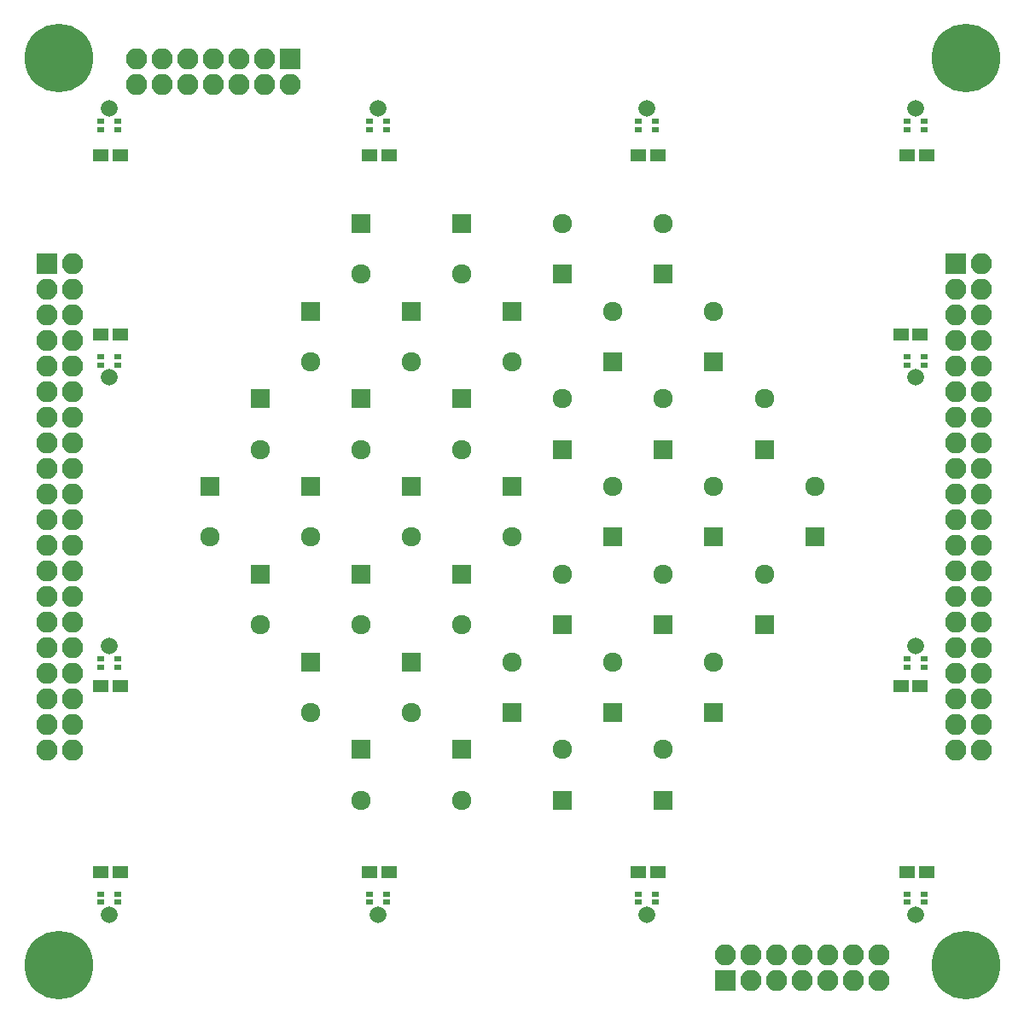
<source format=gbs>
G04 #@! TF.FileFunction,Soldermask,Bot*
%FSLAX46Y46*%
G04 Gerber Fmt 4.6, Leading zero omitted, Abs format (unit mm)*
G04 Created by KiCad (PCBNEW 4.0.7) date 12/17/17 16:59:44*
%MOMM*%
%LPD*%
G01*
G04 APERTURE LIST*
%ADD10C,0.100000*%
%ADD11R,1.924000X1.924000*%
%ADD12C,1.924000*%
%ADD13C,1.670000*%
%ADD14R,0.720000X0.520000*%
%ADD15R,2.100000X2.100000*%
%ADD16O,2.100000X2.100000*%
%ADD17R,1.600000X1.150000*%
%ADD18C,6.800000*%
G04 APERTURE END LIST*
D10*
D11*
X60000000Y-52500000D03*
D12*
X60000000Y-47500000D03*
D11*
X40000000Y-30100000D03*
D12*
X40000000Y-35100000D03*
D11*
X35000000Y-38800000D03*
D12*
X35000000Y-43800000D03*
D11*
X25000000Y-38800000D03*
D12*
X25000000Y-43800000D03*
D11*
X30000000Y-30100000D03*
D12*
X30000000Y-35100000D03*
D11*
X40000000Y-47500000D03*
D12*
X40000000Y-52500000D03*
D11*
X40000000Y-64900000D03*
D12*
X40000000Y-69900000D03*
D11*
X35000000Y-56200000D03*
D12*
X35000000Y-61200000D03*
D11*
X25000000Y-56200000D03*
D12*
X25000000Y-61200000D03*
D11*
X30000000Y-47500000D03*
D12*
X30000000Y-52500000D03*
D11*
X30000000Y-64900000D03*
D12*
X30000000Y-69900000D03*
D11*
X65000000Y-78600000D03*
D12*
X65000000Y-73600000D03*
D11*
X55000000Y-78600000D03*
D12*
X55000000Y-73600000D03*
D11*
X45000000Y-73600000D03*
D12*
X45000000Y-78600000D03*
D11*
X35000000Y-73600000D03*
D12*
X35000000Y-78600000D03*
D11*
X70000000Y-69900000D03*
D12*
X70000000Y-64900000D03*
D11*
X60000000Y-69900000D03*
D12*
X60000000Y-64900000D03*
D11*
X50000000Y-69900000D03*
D12*
X50000000Y-64900000D03*
D11*
X75000000Y-61200000D03*
D12*
X75000000Y-56200000D03*
D11*
X65000000Y-61200000D03*
D12*
X65000000Y-56200000D03*
D11*
X55000000Y-61200000D03*
D12*
X55000000Y-56200000D03*
D11*
X45000000Y-56200000D03*
D12*
X45000000Y-61200000D03*
D11*
X80000000Y-52500000D03*
D12*
X80000000Y-47500000D03*
D11*
X70000000Y-52500000D03*
D12*
X70000000Y-47500000D03*
D11*
X50000000Y-47500000D03*
D12*
X50000000Y-52500000D03*
D11*
X20000000Y-47500000D03*
D12*
X20000000Y-52500000D03*
D11*
X75000000Y-43800000D03*
D12*
X75000000Y-38800000D03*
D11*
X65000000Y-43800000D03*
D12*
X65000000Y-38800000D03*
D11*
X55000000Y-43800000D03*
D12*
X55000000Y-38800000D03*
D11*
X45000000Y-38800000D03*
D12*
X45000000Y-43800000D03*
D11*
X70000000Y-35100000D03*
D12*
X70000000Y-30100000D03*
D11*
X60000000Y-35100000D03*
D12*
X60000000Y-30100000D03*
D11*
X50000000Y-30100000D03*
D12*
X50000000Y-35100000D03*
D11*
X65000000Y-26400000D03*
D12*
X65000000Y-21400000D03*
D11*
X55000000Y-26400000D03*
D12*
X55000000Y-21400000D03*
D11*
X45000000Y-21400000D03*
D12*
X45000000Y-26400000D03*
D13*
X10000000Y-36670000D03*
D14*
X10837500Y-34596000D03*
X10837500Y-35418000D03*
X9162500Y-34596000D03*
X9162500Y-35418000D03*
D13*
X10000000Y-63330000D03*
D14*
X9162500Y-65404000D03*
X9162500Y-64582000D03*
X10837500Y-65404000D03*
X10837500Y-64582000D03*
D13*
X10000000Y-90000000D03*
D14*
X10837500Y-87926000D03*
X10837500Y-88748000D03*
X9162500Y-87926000D03*
X9162500Y-88748000D03*
D13*
X36670000Y-90000000D03*
D14*
X37507500Y-87926000D03*
X37507500Y-88748000D03*
X35832500Y-87926000D03*
X35832500Y-88748000D03*
D13*
X63330000Y-90000000D03*
D14*
X64167500Y-87926000D03*
X64167500Y-88748000D03*
X62492500Y-87926000D03*
X62492500Y-88748000D03*
D13*
X90000000Y-90000000D03*
D14*
X90837500Y-87926000D03*
X90837500Y-88748000D03*
X89162500Y-87926000D03*
X89162500Y-88748000D03*
D13*
X90000000Y-63330000D03*
D14*
X89162500Y-65404000D03*
X89162500Y-64582000D03*
X90837500Y-65404000D03*
X90837500Y-64582000D03*
D13*
X90000000Y-36670000D03*
D14*
X90837500Y-34596000D03*
X90837500Y-35418000D03*
X89162500Y-34596000D03*
X89162500Y-35418000D03*
D13*
X90000000Y-10000000D03*
D14*
X89162500Y-12074000D03*
X89162500Y-11252000D03*
X90837500Y-12074000D03*
X90837500Y-11252000D03*
D13*
X63330000Y-10000000D03*
D14*
X62492500Y-12074000D03*
X62492500Y-11252000D03*
X64167500Y-12074000D03*
X64167500Y-11252000D03*
D13*
X36670000Y-10000000D03*
D14*
X35832500Y-12074000D03*
X35832500Y-11252000D03*
X37507500Y-12074000D03*
X37507500Y-11252000D03*
D13*
X10000000Y-10000000D03*
D14*
X9162500Y-12074000D03*
X9162500Y-11252000D03*
X10837500Y-12074000D03*
X10837500Y-11252000D03*
D15*
X93980000Y-25400000D03*
D16*
X96520000Y-25400000D03*
X93980000Y-27940000D03*
X96520000Y-27940000D03*
X93980000Y-30480000D03*
X96520000Y-30480000D03*
X93980000Y-33020000D03*
X96520000Y-33020000D03*
X93980000Y-35560000D03*
X96520000Y-35560000D03*
X93980000Y-38100000D03*
X96520000Y-38100000D03*
X93980000Y-40640000D03*
X96520000Y-40640000D03*
X93980000Y-43180000D03*
X96520000Y-43180000D03*
X93980000Y-45720000D03*
X96520000Y-45720000D03*
X93980000Y-48260000D03*
X96520000Y-48260000D03*
X93980000Y-50800000D03*
X96520000Y-50800000D03*
X93980000Y-53340000D03*
X96520000Y-53340000D03*
X93980000Y-55880000D03*
X96520000Y-55880000D03*
X93980000Y-58420000D03*
X96520000Y-58420000D03*
X93980000Y-60960000D03*
X96520000Y-60960000D03*
X93980000Y-63500000D03*
X96520000Y-63500000D03*
X93980000Y-66040000D03*
X96520000Y-66040000D03*
X93980000Y-68580000D03*
X96520000Y-68580000D03*
X93980000Y-71120000D03*
X96520000Y-71120000D03*
X93980000Y-73660000D03*
X96520000Y-73660000D03*
D17*
X9210000Y-32385000D03*
X11110000Y-32385000D03*
X11110000Y-67310000D03*
X9210000Y-67310000D03*
X9210000Y-85725000D03*
X11110000Y-85725000D03*
X35880000Y-85725000D03*
X37780000Y-85725000D03*
X62550000Y-85725000D03*
X64450000Y-85725000D03*
X89220000Y-85725000D03*
X91120000Y-85725000D03*
X90485000Y-67310000D03*
X88585000Y-67310000D03*
X88585000Y-32385000D03*
X90485000Y-32385000D03*
X91120000Y-14605000D03*
X89220000Y-14605000D03*
X64450000Y-14605000D03*
X62550000Y-14605000D03*
X37780000Y-14605000D03*
X35880000Y-14605000D03*
X11110000Y-14605000D03*
X9210000Y-14605000D03*
D11*
X35000000Y-21400000D03*
D12*
X35000000Y-26400000D03*
D15*
X3810000Y-25400000D03*
D16*
X6350000Y-25400000D03*
X3810000Y-27940000D03*
X6350000Y-27940000D03*
X3810000Y-30480000D03*
X6350000Y-30480000D03*
X3810000Y-33020000D03*
X6350000Y-33020000D03*
X3810000Y-35560000D03*
X6350000Y-35560000D03*
X3810000Y-38100000D03*
X6350000Y-38100000D03*
X3810000Y-40640000D03*
X6350000Y-40640000D03*
X3810000Y-43180000D03*
X6350000Y-43180000D03*
X3810000Y-45720000D03*
X6350000Y-45720000D03*
X3810000Y-48260000D03*
X6350000Y-48260000D03*
X3810000Y-50800000D03*
X6350000Y-50800000D03*
X3810000Y-53340000D03*
X6350000Y-53340000D03*
X3810000Y-55880000D03*
X6350000Y-55880000D03*
X3810000Y-58420000D03*
X6350000Y-58420000D03*
X3810000Y-60960000D03*
X6350000Y-60960000D03*
X3810000Y-63500000D03*
X6350000Y-63500000D03*
X3810000Y-66040000D03*
X6350000Y-66040000D03*
X3810000Y-68580000D03*
X6350000Y-68580000D03*
X3810000Y-71120000D03*
X6350000Y-71120000D03*
X3810000Y-73660000D03*
X6350000Y-73660000D03*
D18*
X5000000Y-5000000D03*
X95000000Y-5000000D03*
X95000000Y-95000000D03*
X5000000Y-95000000D03*
D15*
X71120000Y-96520000D03*
D16*
X71120000Y-93980000D03*
X73660000Y-96520000D03*
X73660000Y-93980000D03*
X76200000Y-96520000D03*
X76200000Y-93980000D03*
X78740000Y-96520000D03*
X78740000Y-93980000D03*
X81280000Y-96520000D03*
X81280000Y-93980000D03*
X83820000Y-96520000D03*
X83820000Y-93980000D03*
X86360000Y-96520000D03*
X86360000Y-93980000D03*
D15*
X27940000Y-5080000D03*
D16*
X27940000Y-7620000D03*
X25400000Y-5080000D03*
X25400000Y-7620000D03*
X22860000Y-5080000D03*
X22860000Y-7620000D03*
X20320000Y-5080000D03*
X20320000Y-7620000D03*
X17780000Y-5080000D03*
X17780000Y-7620000D03*
X15240000Y-5080000D03*
X15240000Y-7620000D03*
X12700000Y-5080000D03*
X12700000Y-7620000D03*
M02*

</source>
